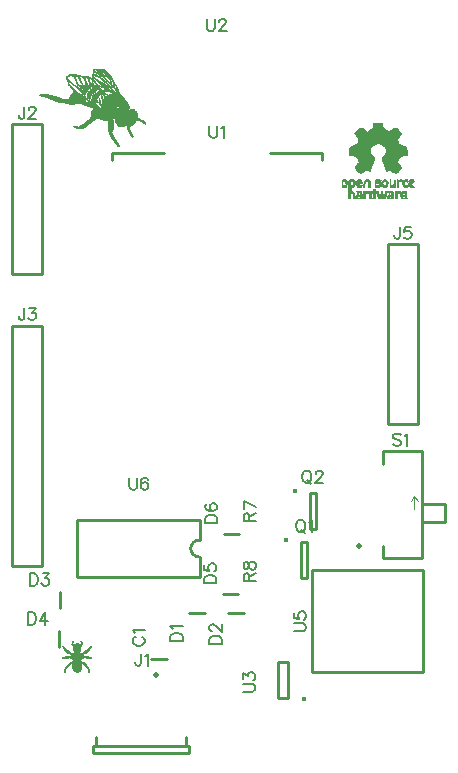
<source format=gbr>
G04 DipTrace 3.0.0.1*
G04 TopSilk.gbr*
%MOIN*%
G04 #@! TF.FileFunction,Legend,Top*
G04 #@! TF.Part,Single*
%ADD10C,0.01*%
%ADD12C,0.002992*%
%ADD27C,0.019658*%
%ADD34C,0.015422*%
%ADD36C,0.003937*%
%ADD37C,0.019697*%
%ADD43C,0.015396*%
%ADD89C,0.006176*%
%FSLAX26Y26*%
G04*
G70*
G90*
G75*
G01*
G04 TopSilk*
%LPD*%
X921240Y666121D2*
D10*
X870099D1*
X996130Y820082D2*
X1047272D1*
X1126130D2*
X1177272D1*
X566084Y889272D2*
Y838130D1*
X561084Y759272D2*
Y708130D1*
X1159196Y883355D2*
X1108054D1*
X1162694Y1084536D2*
X1111553D1*
X984114Y407439D2*
X984060Y376744D1*
X684858D2*
Y407439D1*
D27*
X885692Y614927D3*
X675056Y376744D2*
D10*
X993916D1*
X675056D2*
Y353121D1*
X993916Y376744D2*
Y353121D1*
X675056D2*
X993916D1*
X506693Y2448819D2*
X406693D1*
X506693Y1948819D2*
Y2448819D1*
X406693Y1948819D2*
Y2448819D1*
X506693Y1948819D2*
X406693D1*
X506693Y1778347D2*
Y978347D1*
X406693Y1778347D2*
X506693D1*
X406693D2*
Y978347D1*
X506693D1*
X1658662Y2048819D2*
Y1448819D1*
X1758662Y2048819D2*
Y1448819D1*
X1658662Y2048819D2*
X1758662D1*
X1658662Y1448819D2*
X1758662D1*
D34*
X1319150Y1064314D3*
X1369291Y1055113D2*
D10*
Y937008D1*
X1388977D1*
Y1055113D1*
X1369291D1*
D34*
X1348530Y1228093D3*
X1398672Y1218893D2*
D10*
Y1100788D1*
X1418357D1*
Y1218893D1*
X1398672D1*
X1771009Y1122692D2*
X1849738D1*
Y1181759D1*
X1771009D1*
Y1122692D1*
X1746403Y1166026D2*
D36*
Y1209326D1*
X1734566Y1193558D1*
X1746403Y1209326D2*
X1758209Y1193558D1*
D37*
X1563315Y1041993D3*
X1641079Y1043960D2*
D10*
Y1004593D1*
X1767064D1*
X1771009D2*
Y1358924D1*
X1641079D1*
Y1315625D1*
X911661Y2354698D2*
X737697D1*
Y2330761D1*
X1265669Y2354698D2*
X1437657D1*
Y2330761D1*
D43*
X1378838Y532404D3*
X1324769Y537667D2*
D10*
Y655774D1*
X1293277Y537667D2*
Y655774D1*
X1324769D2*
X1293277D1*
X1324769Y537667D2*
X1293277D1*
X1403696Y621725D2*
X1774956D1*
Y962670D1*
X1403696D1*
Y621725D1*
X1032612Y1129407D2*
X623163D1*
X1032612Y940402D2*
X623163D1*
Y1129407D2*
Y940402D1*
X1032612Y1129407D2*
Y1062472D1*
Y1007337D2*
Y940402D1*
Y1062472D2*
G03X1032612Y1007337I-3711J-27568D01*
G01*
X1609812Y2453045D2*
D12*
X1639732D1*
X1609800Y2450053D2*
X1639744D1*
X1609695Y2447061D2*
X1639849D1*
X1609302Y2444069D2*
X1640242D1*
X1608457Y2441077D2*
X1641087D1*
X1564932Y2438085D2*
X1567924D1*
X1607075D2*
X1642469D1*
X1681620D2*
X1684612D1*
X1561940Y2435093D2*
X1572762D1*
X1604841D2*
X1644703D1*
X1676782D2*
X1687604D1*
X1558948Y2432101D2*
X1577383D1*
X1601380D2*
X1648164D1*
X1672161D2*
X1690596D1*
X1555956Y2429109D2*
X1581730D1*
X1596854D2*
X1652690D1*
X1667813D2*
X1693588D1*
X1552964Y2426117D2*
X1585876D1*
X1591860D2*
X1657684D1*
X1663668D2*
X1696580D1*
X1549972Y2423125D2*
X1699572D1*
X1546980Y2420133D2*
X1702564D1*
X1548937Y2417141D2*
X1700606D1*
X1550934Y2414149D2*
X1698610D1*
X1552977Y2411157D2*
X1696567D1*
X1554948Y2408165D2*
X1694596D1*
X1556912Y2405173D2*
X1692632D1*
X1558725Y2402181D2*
X1690819D1*
X1560174Y2399189D2*
X1689370D1*
X1559956Y2396197D2*
X1689588D1*
X1559160Y2393205D2*
X1690383D1*
X1557931Y2390213D2*
X1691613D1*
X1556420Y2387221D2*
X1622494D1*
X1627050D2*
X1693124D1*
X1552557Y2384229D2*
X1615272D1*
X1634272D2*
X1696987D1*
X1546668Y2381237D2*
X1609606D1*
X1639938D2*
X1702876D1*
X1539998Y2378245D2*
X1605511D1*
X1644032D2*
X1709546D1*
X1533979Y2375253D2*
X1602654D1*
X1646889D2*
X1715564D1*
X1531030Y2372261D2*
X1600633D1*
X1648911D2*
X1718514D1*
X1529962Y2369269D2*
X1599263D1*
X1650281D2*
X1719582D1*
X1529411Y2366277D2*
X1598487D1*
X1651057D2*
X1720133D1*
X1529173Y2363285D2*
X1598123D1*
X1651421D2*
X1720371D1*
X1529080Y2360293D2*
X1598064D1*
X1651480D2*
X1720464D1*
X1529046Y2357301D2*
X1598392D1*
X1651152D2*
X1720498D1*
X1529034Y2354309D2*
X1599212D1*
X1650332D2*
X1720510D1*
X1529030Y2351317D2*
X1600574D1*
X1648970D2*
X1720514D1*
X1529028Y2348325D2*
X1602677D1*
X1646867D2*
X1720516D1*
X1539476Y2345333D2*
X1605535D1*
X1644009D2*
X1710068D1*
X1547291Y2342341D2*
X1608434D1*
X1641109D2*
X1702253D1*
X1553067Y2339349D2*
X1610909D1*
X1638634D2*
X1696477D1*
X1555605Y2336357D2*
X1611769D1*
X1637775D2*
X1693939D1*
X1557411Y2333365D2*
X1612164D1*
X1637380D2*
X1692133D1*
X1558801Y2330373D2*
X1611384D1*
X1638160D2*
X1690743D1*
X1560280Y2327381D2*
X1610283D1*
X1639260D2*
X1689264D1*
X1561940Y2324389D2*
X1609058D1*
X1640486D2*
X1687604D1*
X1559062Y2321397D2*
X1607918D1*
X1641626D2*
X1690482D1*
X1556453Y2318405D2*
X1606880D1*
X1642664D2*
X1693091D1*
X1554190Y2315413D2*
X1605730D1*
X1643814D2*
X1695354D1*
X1552094Y2312421D2*
X1604435D1*
X1645109D2*
X1697450D1*
X1550239Y2309429D2*
X1603125D1*
X1646419D2*
X1699305D1*
X1548798Y2306437D2*
X1601952D1*
X1647591D2*
X1700745D1*
X1549114Y2303445D2*
X1600912D1*
X1648632D2*
X1700430D1*
X1551001Y2300453D2*
X1599837D1*
X1649707D2*
X1698543D1*
X1553400Y2297461D2*
X1598792D1*
X1650751D2*
X1696144D1*
X1556126Y2294469D2*
X1579427D1*
X1594852D2*
X1597844D1*
X1651700D2*
X1654692D1*
X1670117D2*
X1693418D1*
X1559010Y2291477D2*
X1575668D1*
X1673876D2*
X1690534D1*
X1561961Y2288485D2*
X1571778D1*
X1677766D2*
X1687583D1*
X1564932Y2285493D2*
X1567924D1*
X1681620D2*
X1684612D1*
X1508084Y2267541D2*
X1514068D1*
X1535012D2*
X1540996D1*
X1558948D2*
X1564932D1*
X1585876D2*
X1591860D1*
X1618788D2*
X1624772D1*
X1645716D2*
X1648708D1*
X1666660D2*
D3*
X1687604D2*
D3*
X1699572D2*
X1702564D1*
X1714532D2*
X1720516D1*
X1735476D2*
X1741460D1*
X1506703Y2264549D2*
X1517247D1*
X1530243D2*
X1543988D1*
X1555769D2*
X1567336D1*
X1581733D2*
X1594264D1*
X1616396D2*
X1633748D1*
X1641930D2*
X1652493D1*
X1665279D2*
X1666660D1*
X1678628D2*
X1681620D1*
X1687604D2*
X1723508D1*
X1729492D2*
X1742841D1*
X1505844Y2261557D2*
X1520052D1*
X1526036D2*
X1546980D1*
X1552964D2*
X1569086D1*
X1578664D2*
X1596014D1*
X1614408D2*
X1632356D1*
X1638882D2*
X1655539D1*
X1664420D2*
X1666660D1*
X1678616D2*
X1681620D1*
X1687604D2*
X1743654D1*
X1505409Y2258565D2*
X1508671D1*
X1513481D2*
X1532020D1*
X1540996D2*
X1555956D1*
X1564932D2*
X1570091D1*
X1577727D2*
X1583472D1*
X1591860D2*
X1597016D1*
X1613792D2*
X1618788D1*
X1627764D2*
X1631431D1*
X1637673D2*
X1642174D1*
X1651700D2*
X1656648D1*
X1663985D2*
X1666660D1*
X1678502D2*
X1681620D1*
X1687604D2*
X1693588D1*
X1705556D2*
X1711540D1*
X1719341D2*
X1723508D1*
X1730079D2*
X1732484D1*
X1741460D2*
X1744046D1*
X1505216Y2255573D2*
X1506911D1*
X1515241D2*
X1532020D1*
X1540996D2*
X1570600D1*
X1577241D2*
X1581722D1*
X1591860D2*
X1597502D1*
X1614162D2*
X1630756D1*
X1636740D2*
X1641124D1*
X1651700D2*
X1657233D1*
X1663792D2*
X1666660D1*
X1678040D2*
X1681620D1*
X1687604D2*
X1693588D1*
X1705568D2*
X1711540D1*
X1728319D2*
X1742786D1*
X1505138Y2252581D2*
X1505840D1*
X1516312D2*
X1532020D1*
X1540996D2*
X1570916D1*
X1577030D2*
X1580720D1*
X1591860D2*
X1597712D1*
X1614411D2*
X1639732D1*
X1651700D2*
X1657384D1*
X1663725D2*
X1666660D1*
X1677017D2*
X1681620D1*
X1687604D2*
X1693588D1*
X1705685D2*
X1711540D1*
X1727248D2*
X1738168D1*
X1505108Y2249589D2*
X1505092D1*
X1517060D2*
X1532020D1*
X1540996D2*
X1555956D1*
X1576947D2*
X1580234D1*
X1591860D2*
X1597796D1*
X1614261D2*
X1615796D1*
X1627764D2*
X1642724D1*
X1651700D2*
X1656995D1*
X1663810D2*
X1666660D1*
X1675636D2*
X1681620D1*
X1687604D2*
X1693588D1*
X1706182D2*
X1711540D1*
X1726500D2*
X1732484D1*
X1505097Y2246597D2*
X1519502D1*
X1526036D2*
X1546442D1*
X1553514D2*
X1570916D1*
X1576916D2*
X1580024D1*
X1591860D2*
X1597827D1*
X1614200D2*
X1655832D1*
X1664261D2*
X1681620D1*
X1687604D2*
X1693588D1*
X1707386D2*
X1738052D1*
X1505094Y2243605D2*
X1518452D1*
X1526036D2*
X1544382D1*
X1554564D2*
X1569513D1*
X1576905D2*
X1579938D1*
X1591860D2*
X1597838D1*
X1614777D2*
X1653933D1*
X1665281D2*
X1681620D1*
X1687604D2*
X1693588D1*
X1709300D2*
X1742252D1*
X1505092Y2240613D2*
X1517060D1*
X1526036D2*
X1540292D1*
X1555956D2*
X1567924D1*
X1576900D2*
X1579892D1*
X1591860D2*
X1597844D1*
X1615796D2*
X1627764D1*
X1642724D2*
X1651700D1*
X1666660D2*
X1681620D1*
X1687604D2*
X1693588D1*
X1711540D2*
X1723508D1*
X1732484D2*
X1744452D1*
X1526036Y2237621D2*
X1536586D1*
X1526036Y2234629D2*
X1533753D1*
X1609812D2*
X1615796D1*
X1526036Y2231637D2*
X1532764D1*
X1609812D2*
X1615796D1*
X1526036Y2228645D2*
X1532020D1*
X1609812D2*
X1615796D1*
X1526036Y2225653D2*
X1538567D1*
X1552964D2*
X1567924D1*
X1576900D2*
X1624772D1*
X1633748D2*
X1639732D1*
X1648708D2*
X1672644D1*
X1681620D2*
X1699572D1*
X1705556D2*
X1717524D1*
X1526036Y2222661D2*
X1543659D1*
X1554564D2*
X1569305D1*
X1576900D2*
X1624772D1*
X1633748D2*
X1639732D1*
X1648708D2*
X1674025D1*
X1681620D2*
X1718905D1*
X1526036Y2219669D2*
X1545697D1*
X1556631D2*
X1558948D1*
X1564932D2*
X1570164D1*
X1576900D2*
X1624772D1*
X1633748D2*
X1639732D1*
X1648708D2*
X1651700D1*
X1660676D2*
D3*
X1669652D2*
X1674884D1*
X1681620D2*
X1719753D1*
X1526036Y2216677D2*
X1532020D1*
X1540996D2*
X1546440D1*
X1558948D2*
D3*
X1564932D2*
X1570599D1*
X1576900D2*
X1582884D1*
X1594852D2*
X1600836D1*
X1609812D2*
X1615796D1*
X1621894D2*
X1651700D1*
X1663668D2*
D3*
X1669652D2*
X1675319D1*
X1681620D2*
X1687604D1*
X1699584D2*
X1705556D1*
X1714532D2*
X1720074D1*
X1526036Y2213685D2*
X1532020D1*
X1540996D2*
X1546980D1*
X1552964D2*
X1570792D1*
X1576900D2*
X1582884D1*
X1594852D2*
X1600836D1*
X1609812D2*
X1615796D1*
X1622280D2*
X1651700D1*
X1657684D2*
X1675512D1*
X1681620D2*
X1687604D1*
X1699698D2*
X1719804D1*
X1526036Y2210693D2*
X1532020D1*
X1540996D2*
X1570870D1*
X1576900D2*
X1582884D1*
X1594852D2*
X1600836D1*
X1609812D2*
X1615796D1*
X1623022D2*
X1633748D1*
X1639732D2*
X1675590D1*
X1681620D2*
X1687604D1*
X1700160D2*
X1718862D1*
X1526036Y2207701D2*
X1532020D1*
X1540996D2*
X1555956D1*
X1564932D2*
X1570901D1*
X1576900D2*
X1582884D1*
X1594852D2*
X1600836D1*
X1609812D2*
X1615796D1*
X1623913D2*
X1633748D1*
X1639732D2*
X1648708D1*
X1654692D2*
X1660676D1*
X1669652D2*
X1675621D1*
X1681620D2*
X1687604D1*
X1701183D2*
X1705556D1*
X1714532D2*
X1717524D1*
X1526036Y2204709D2*
X1532020D1*
X1540996D2*
X1570916D1*
X1576900D2*
X1582884D1*
X1594852D2*
X1615796D1*
X1624772D2*
X1633748D1*
X1639732D2*
X1648708D1*
X1654692D2*
X1675636D1*
X1681620D2*
X1687604D1*
X1702564D2*
X1720516D1*
X675819Y2632441D2*
X708731D1*
X675808Y2629449D2*
X678811D1*
X684795D2*
X714127D1*
X675702Y2626457D2*
X681803D1*
X687787D2*
X696886D1*
X701573D2*
X718857D1*
X675309Y2623465D2*
X700343D1*
X708086D2*
X722746D1*
X674488Y2620473D2*
X675819D1*
X687199D2*
X704358D1*
X713219D2*
X725843D1*
X595035Y2617481D2*
X612987D1*
X673351D2*
X681803D1*
X691953D2*
X708731D1*
X717707D2*
X728317D1*
X591136Y2614489D2*
X626521D1*
X672226D2*
X687199D1*
X696052D2*
X721471D1*
X726683D2*
X730520D1*
X588155Y2611497D2*
X593231D1*
X606889D2*
X609533D1*
X617909D2*
X639857D1*
X671315D2*
X672827D1*
X684321D2*
X691941D1*
X699911D2*
X705739D1*
X711723D2*
X723817D1*
X729675D2*
X732629D1*
X586106Y2608505D2*
X589221D1*
X609486D2*
X611771D1*
X621804D2*
X628421D1*
X635861D2*
X652184D1*
X671879D2*
X675015D1*
X689447D2*
X695947D1*
X703830D2*
X711723D1*
X717456D2*
X726683D1*
X732667D2*
X734533D1*
X584670Y2605513D2*
X587674D1*
X611656D2*
X613872D1*
X624630D2*
X629268D1*
X639756D2*
X646373D1*
X650821D2*
X663851D1*
X672827D2*
X678284D1*
X694158D2*
X699539D1*
X707673D2*
X713448D1*
X722451D2*
X736242D1*
X584981Y2602521D2*
X587858D1*
X613488D2*
X615853D1*
X626763D2*
X630436D1*
X642582D2*
X647220D1*
X654704D2*
X682438D1*
X698415D2*
X703204D1*
X711220D2*
X715966D1*
X726119D2*
X737839D1*
X585916Y2599529D2*
X589773D1*
X615124D2*
X617458D1*
X628527D2*
X631782D1*
X644715D2*
X648388D1*
X657426D2*
X661324D1*
X669248D2*
X675705D1*
X681803D2*
X686910D1*
X702244D2*
X707304D1*
X714517D2*
X719265D1*
X728607D2*
X739385D1*
X587384Y2596537D2*
X593982D1*
X616585D2*
X618722D1*
X630132D2*
X633220D1*
X646479D2*
X649734D1*
X659465D2*
X662091D1*
X671008D2*
X678314D1*
X685818D2*
X691376D1*
X705978D2*
X711723D1*
X717707D2*
X722948D1*
X730653D2*
X733130D1*
X738651D2*
X740993D1*
X589083Y2593545D2*
X598603D1*
X617819D2*
X619886D1*
X631677D2*
X634691D1*
X648048D2*
X651172D1*
X660194D2*
X662989D1*
X672079D2*
X680589D1*
X689701D2*
X695852D1*
X709846D2*
X726683D1*
X732667D2*
X733872D1*
X739675D2*
X742780D1*
X590486Y2590553D2*
X592043D1*
X597439D2*
X602807D1*
X618880D2*
X620972D1*
X633294D2*
X636171D1*
X649249D2*
X652652D1*
X660696D2*
X663851D1*
X672827D2*
D3*
X678811D2*
X682813D1*
X693260D2*
X700924D1*
X713676D2*
X717810D1*
X726683D2*
X734654D1*
X740573D2*
X744709D1*
X591446Y2587561D2*
X592043D1*
X602181D2*
X606473D1*
X619939D2*
X622182D1*
X635177D2*
X637585D1*
X649983D2*
X654220D1*
X661334D2*
X675819D1*
X681803D2*
X685284D1*
X696545D2*
X707349D1*
X717260D2*
X721073D1*
X729553D2*
X735224D1*
X741186D2*
X746542D1*
X592354Y2584569D2*
X595035D1*
X606175D2*
X609782D1*
X620864D2*
X623759D1*
X637448D2*
X638830D1*
X648267D2*
X655963D1*
X662431D2*
X675819D1*
X684795D2*
X687997D1*
X699669D2*
X714715D1*
X720699D2*
X724345D1*
X732080D2*
X735659D1*
X741643D2*
X748224D1*
X593649Y2581577D2*
X597004D1*
X609653D2*
X612911D1*
X621495D2*
X627135D1*
X639915D2*
D3*
X645899D2*
X657867D1*
X663851D2*
X690857D1*
X702717D2*
X727205D1*
X734049D2*
X749812D1*
X595325Y2578585D2*
X599106D1*
X612855D2*
X615979D1*
X621963D2*
X630939D1*
X636923D2*
X693771D1*
X705739D2*
X711723D1*
X717707D2*
X729675D1*
X735659D2*
X744758D1*
X750619D2*
X751343D1*
X597140Y2575593D2*
X601531D1*
X615943D2*
X621963D1*
X627947D2*
X717707D1*
X723104D2*
X745223D1*
X750619D2*
X752856D1*
X599164Y2572601D2*
X604241D1*
X619071D2*
X624955D1*
X630939D2*
X666843D1*
X672827D2*
X696763D1*
X705739D2*
X721249D1*
X727856D2*
X746246D1*
X752209D2*
X754355D1*
X601554Y2569609D2*
X607206D1*
X622456D2*
X666843D1*
X672827D2*
X699755D1*
X714715D2*
X725291D1*
X731919D2*
X735659D1*
X744635D2*
X747627D1*
X753611D2*
X755856D1*
X604238Y2566617D2*
X610526D1*
X626156D2*
X636923D1*
X642907D2*
X657867D1*
X666843D2*
X688962D1*
X693771D2*
X702747D1*
X711723D2*
X729675D1*
X735659D2*
X738651D1*
X747163D2*
X757350D1*
X607087Y2563625D2*
X614225D1*
X629800D2*
X654875D1*
X663851D2*
X684912D1*
X696763D2*
X741643D1*
X749388D2*
X758837D1*
X609995Y2560633D2*
X618082D1*
X632839D2*
X683168D1*
X693771D2*
D3*
X699755D2*
X744635D1*
X751482D2*
X760237D1*
X607117Y2557641D2*
X621986D1*
X635116D2*
X652357D1*
X658455D2*
X681803D1*
X687787D2*
X712471D1*
X735109D2*
X747627D1*
X753611D2*
X761447D1*
X604520Y2554649D2*
X626086D1*
X637134D2*
X650224D1*
X656705D2*
X675819D1*
X681803D2*
X714698D1*
X740043D2*
X762524D1*
X499291Y2551657D2*
X505275D1*
X602362D2*
X630442D1*
X639622D2*
X648517D1*
X655703D2*
X669835D1*
X675819D2*
D3*
X681803D2*
X717574D1*
X744635D2*
X750619D1*
X756603D2*
D3*
X762587D2*
X763801D1*
X497702Y2548665D2*
X519168D1*
X600624D2*
X635078D1*
X642665D2*
X647110D1*
X655218D2*
X669835D1*
X675819D2*
X696763D1*
X702747D2*
D3*
X709194D2*
X720699D1*
X729675D2*
X765598D1*
X496299Y2545673D2*
X533283D1*
X599255D2*
X639915D1*
X645899D2*
X646772D1*
X655007D2*
X693771D1*
X702747D2*
D3*
X709936D2*
X711723D1*
X720699D2*
X768112D1*
X508026Y2542681D2*
X546460D1*
X598057D2*
X630939D1*
X636923D2*
X647665D1*
X654921D2*
X666369D1*
X672365D2*
X690779D1*
X702759D2*
X705739D1*
X710718D2*
X771161D1*
X518604Y2539689D2*
X557830D1*
X596655D2*
X648891D1*
X654875D2*
X665513D1*
X671623D2*
X692635D1*
X702864D2*
X705739D1*
X711288D2*
X774310D1*
X527963Y2536697D2*
X568107D1*
X595035D2*
X664268D1*
X670840D2*
X687787D1*
X693771D2*
X694341D1*
X703245D2*
X705739D1*
X711723D2*
X777319D1*
X536273Y2533705D2*
X654875D1*
X660859D2*
X662676D1*
X670271D2*
X684795D1*
X693771D2*
X695932D1*
X703962D2*
X779982D1*
X544319Y2530713D2*
X648891D1*
X654875D2*
X660859D1*
X669835D2*
X687237D1*
X694821D2*
X697365D1*
X704729D2*
X782181D1*
X553415Y2527721D2*
X648891D1*
X657867D2*
X689179D1*
X695838D2*
X698489D1*
X705251D2*
X784036D1*
X564057Y2524729D2*
X681803D1*
X687787D2*
X690779D1*
X696763D2*
X699169D1*
X705529D2*
X785783D1*
X575637Y2521737D2*
X699528D1*
X705661D2*
X787615D1*
X587986Y2518745D2*
X682266D1*
X693760D2*
X699755D1*
X705739D2*
X789472D1*
X601019Y2515753D2*
X612987D1*
X641813D2*
X686000D1*
X696638D2*
X791034D1*
X649103Y2512761D2*
X689774D1*
X699167D2*
X792362D1*
X657342Y2509769D2*
X693336D1*
X701136D2*
X756603D1*
X762587D2*
X793835D1*
X668512Y2506777D2*
X696763D1*
X702747D2*
X750619D1*
X762587D2*
X795499D1*
X681803Y2503785D2*
X793910D1*
X676279Y2500793D2*
X690779D1*
X696763D2*
X792507D1*
X798491D2*
X810459D1*
X672187Y2497801D2*
X812631D1*
X670939Y2494809D2*
X814900D1*
X670290Y2491817D2*
X817133D1*
X670008Y2488825D2*
X819203D1*
X669897Y2485833D2*
X820756D1*
X669833Y2482841D2*
X821664D1*
X669597Y2479849D2*
X822133D1*
X669065Y2476857D2*
X822561D1*
X666868Y2473865D2*
X823220D1*
X664052Y2470873D2*
X684345D1*
X692212D2*
X826105D1*
X661010Y2467881D2*
X680704D1*
X703979D2*
X738063D1*
X747639D2*
X830517D1*
X657947Y2464889D2*
X677214D1*
X713406D2*
X739813D1*
X747744D2*
X836031D1*
X654911Y2461897D2*
X674033D1*
X721004D2*
X740815D1*
X748137D2*
X816306D1*
X828400D2*
X841370D1*
X651886Y2458905D2*
X670802D1*
X724398D2*
X741301D1*
X748971D2*
X815987D1*
X834270D2*
X845891D1*
X648757Y2455913D2*
X667332D1*
X725618D2*
X741511D1*
X750236D2*
X814521D1*
X839791D2*
X847675D1*
X645150Y2452921D2*
X663650D1*
X726247D2*
X741595D1*
X751972D2*
X811281D1*
X844752D2*
X848693D1*
X640490Y2449929D2*
X659654D1*
X726506D2*
X741626D1*
X754229D2*
X807177D1*
X849355D2*
D3*
X634561Y2446937D2*
X655316D1*
X726507D2*
X741638D1*
X756842D2*
X802549D1*
X609995Y2443945D2*
X621963D1*
X627947D2*
X650561D1*
X726165D2*
X741641D1*
X759595D2*
X777547D1*
X789515D2*
X798427D1*
X614390Y2440953D2*
X645348D1*
X725462D2*
X741643D1*
X789527D2*
X795267D1*
X618971Y2437961D2*
X639915D1*
X724711D2*
X741631D1*
X789632D2*
X794649D1*
X724296Y2434969D2*
X741515D1*
X790025D2*
X795402D1*
X724412Y2431977D2*
X741017D1*
X790847D2*
X796523D1*
X725107Y2428985D2*
X739813D1*
X792007D2*
X797950D1*
X726203Y2425993D2*
X737900D1*
X793351D2*
X799655D1*
X727433Y2423001D2*
X735659D1*
X794788D2*
X801465D1*
X728587Y2420009D2*
X737515D1*
X796270D2*
X803010D1*
X729719Y2417017D2*
X739221D1*
X797865D2*
X804333D1*
X731158Y2414025D2*
X740823D1*
X799741D2*
X805804D1*
X732894Y2411033D2*
X742362D1*
X802009D2*
X807467D1*
X734624Y2408041D2*
X743878D1*
X804475D2*
D3*
X736186Y2405049D2*
X745390D1*
X737588Y2402057D2*
X746996D1*
X739171Y2399065D2*
X748872D1*
X741442Y2396073D2*
X751087D1*
X744241Y2393081D2*
X753360D1*
X746947Y2390089D2*
X755473D1*
X749313Y2387097D2*
X757523D1*
X751582Y2384105D2*
X759506D1*
X754031Y2381113D2*
X761173D1*
X756603Y2378121D2*
X762587D1*
X605852Y727061D2*
X608844D1*
X632780D2*
X635772D1*
X604482Y724069D2*
X607441D1*
X634182D2*
X637141D1*
X603740Y721077D2*
X605852D1*
X617820D2*
X623804D1*
X635772D2*
X637884D1*
X603488Y718085D2*
X608844D1*
X614828D2*
X626796D1*
X632780D2*
X638135D1*
X604621Y715093D2*
X637003D1*
X606083Y712101D2*
X635540D1*
X572940Y709109D2*
X575932D1*
X607357D2*
X634267D1*
X665692D2*
X668684D1*
X574437Y706117D2*
X578935D1*
X608149D2*
X633474D1*
X662688D2*
X667187D1*
X576186Y703125D2*
X582044D1*
X608562D2*
X633061D1*
X659579D2*
X665438D1*
X578038Y700133D2*
X585534D1*
X608855D2*
X632769D1*
X656090D2*
X663586D1*
X580186Y697141D2*
X589730D1*
X609389D2*
X632234D1*
X651894D2*
X661437D1*
X583065Y694149D2*
X594635D1*
X610440D2*
X631183D1*
X646988D2*
X658559D1*
X586871Y691157D2*
X599868D1*
X611836D2*
X629788D1*
X641756D2*
X654752D1*
X591438Y688165D2*
X650186D1*
X596597Y685173D2*
X645026D1*
X602473Y682181D2*
X639150D1*
X608844Y679189D2*
X632780D1*
X590518Y676197D2*
X651106D1*
X572940Y673205D2*
X668684D1*
X572940Y670213D2*
X590892D1*
X602310D2*
X639314D1*
X650732D2*
X668684D1*
X607244Y667221D2*
X634380D1*
X611836Y664229D2*
X629788D1*
X606440Y661237D2*
X635184D1*
X601698Y658245D2*
X639926D1*
X597704Y655253D2*
X643920D1*
X594226Y652261D2*
X647397D1*
X591035Y649269D2*
X599405D1*
X605852D2*
X635772D1*
X642218D2*
X650588D1*
X588065Y646277D2*
X595672D1*
X605852D2*
X635772D1*
X645952D2*
X653559D1*
X585435Y643285D2*
X591917D1*
X605863D2*
X635760D1*
X649707D2*
X656189D1*
X583265Y640293D2*
X588517D1*
X605969D2*
X635655D1*
X653106D2*
X658359D1*
X581534Y637301D2*
X585746D1*
X606362D2*
X635262D1*
X655878D2*
X660089D1*
X580278Y634309D2*
X583529D1*
X607207D2*
X634417D1*
X658094D2*
X661346D1*
X579544Y631317D2*
X582701D1*
X608585D2*
X633038D1*
X658923D2*
X662079D1*
X579182Y628325D2*
X582250D1*
X610776D2*
X630847D1*
X659374D2*
X662441D1*
X579018Y625333D2*
X582038D1*
X614005D2*
X627618D1*
X659585D2*
X662605D1*
X578924Y622341D2*
X581916D1*
X617820D2*
X623804D1*
X659708D2*
X662700D1*
X1609812Y2453045D2*
X1609800Y2450053D1*
X1609695Y2447061D1*
X1609302Y2444069D1*
X1608457Y2441077D1*
X1607075Y2438085D1*
X1604841Y2435093D1*
X1601380Y2432101D1*
X1596854Y2429109D1*
X1591860Y2426117D1*
X1639732Y2453045D2*
X1639744Y2450053D1*
X1639849Y2447061D1*
X1640242Y2444069D1*
X1641087Y2441077D1*
X1642469Y2438085D1*
X1644703Y2435093D1*
X1648164Y2432101D1*
X1652690Y2429109D1*
X1657684Y2426117D1*
X1564932Y2438085D2*
X1561940Y2435093D1*
X1558948Y2432101D1*
X1555956Y2429109D1*
X1552964Y2426117D1*
X1549972Y2423125D1*
X1546980Y2420133D1*
X1548937Y2417141D1*
X1550934Y2414149D1*
X1552977Y2411157D1*
X1554948Y2408165D1*
X1556912Y2405173D1*
X1558725Y2402181D1*
X1560174Y2399189D1*
X1559956Y2396197D1*
X1559160Y2393205D1*
X1557931Y2390213D1*
X1556420Y2387221D1*
X1552557Y2384229D1*
X1546668Y2381237D1*
X1539998Y2378245D1*
X1533979Y2375253D1*
X1531030Y2372261D1*
X1529962Y2369269D1*
X1529411Y2366277D1*
X1529173Y2363285D1*
X1529080Y2360293D1*
X1529046Y2357301D1*
X1529034Y2354309D1*
X1529030Y2351317D1*
X1529028Y2348325D1*
X1539476Y2345333D1*
X1547291Y2342341D1*
X1553067Y2339349D1*
X1555605Y2336357D1*
X1557411Y2333365D1*
X1558801Y2330373D1*
X1560280Y2327381D1*
X1561940Y2324389D1*
X1559062Y2321397D1*
X1556453Y2318405D1*
X1554190Y2315413D1*
X1552094Y2312421D1*
X1550239Y2309429D1*
X1548798Y2306437D1*
X1549114Y2303445D1*
X1551001Y2300453D1*
X1553400Y2297461D1*
X1556126Y2294469D1*
X1559010Y2291477D1*
X1561961Y2288485D1*
X1564932Y2285493D1*
X1567924Y2438085D2*
X1572762Y2435093D1*
X1577383Y2432101D1*
X1581730Y2429109D1*
X1585876Y2426117D1*
X1681620Y2438085D2*
X1676782Y2435093D1*
X1672161Y2432101D1*
X1667813Y2429109D1*
X1663668Y2426117D1*
X1684612Y2438085D2*
X1687604Y2435093D1*
X1690596Y2432101D1*
X1693588Y2429109D1*
X1696580Y2426117D1*
X1699572Y2423125D1*
X1702564Y2420133D1*
X1700606Y2417141D1*
X1698610Y2414149D1*
X1696567Y2411157D1*
X1694596Y2408165D1*
X1692632Y2405173D1*
X1690819Y2402181D1*
X1689370Y2399189D1*
X1689588Y2396197D1*
X1690383Y2393205D1*
X1691613Y2390213D1*
X1693124Y2387221D1*
X1696987Y2384229D1*
X1702876Y2381237D1*
X1709546Y2378245D1*
X1715564Y2375253D1*
X1718514Y2372261D1*
X1719582Y2369269D1*
X1720133Y2366277D1*
X1720371Y2363285D1*
X1720464Y2360293D1*
X1720498Y2357301D1*
X1720510Y2354309D1*
X1720514Y2351317D1*
X1720516Y2348325D1*
X1710068Y2345333D1*
X1702253Y2342341D1*
X1696477Y2339349D1*
X1693939Y2336357D1*
X1692133Y2333365D1*
X1690743Y2330373D1*
X1689264Y2327381D1*
X1687604Y2324389D1*
X1690482Y2321397D1*
X1693091Y2318405D1*
X1695354Y2315413D1*
X1697450Y2312421D1*
X1699305Y2309429D1*
X1700745Y2306437D1*
X1700430Y2303445D1*
X1698543Y2300453D1*
X1696144Y2297461D1*
X1693418Y2294469D1*
X1690534Y2291477D1*
X1687583Y2288485D1*
X1684612Y2285493D1*
X1630756Y2390213D2*
X1622494Y2387221D1*
X1615272Y2384229D1*
X1609606Y2381237D1*
X1605511Y2378245D1*
X1602654Y2375253D1*
X1600633Y2372261D1*
X1599263Y2369269D1*
X1598487Y2366277D1*
X1598123Y2363285D1*
X1598064Y2360293D1*
X1598392Y2357301D1*
X1599212Y2354309D1*
X1600574Y2351317D1*
X1602677Y2348325D1*
X1605535Y2345333D1*
X1608434Y2342341D1*
X1610909Y2339349D1*
X1611769Y2336357D1*
X1612164Y2333365D1*
X1611384Y2330373D1*
X1610283Y2327381D1*
X1609058Y2324389D1*
X1607918Y2321397D1*
X1606880Y2318405D1*
X1605730Y2315413D1*
X1604435Y2312421D1*
X1603125Y2309429D1*
X1601952Y2306437D1*
X1600912Y2303445D1*
X1599837Y2300453D1*
X1598792Y2297461D1*
X1597844Y2294469D1*
X1618788Y2390213D2*
X1627050Y2387221D1*
X1634272Y2384229D1*
X1639938Y2381237D1*
X1644032Y2378245D1*
X1646889Y2375253D1*
X1648911Y2372261D1*
X1650281Y2369269D1*
X1651057Y2366277D1*
X1651421Y2363285D1*
X1651480Y2360293D1*
X1651152Y2357301D1*
X1650332Y2354309D1*
X1648970Y2351317D1*
X1646867Y2348325D1*
X1644009Y2345333D1*
X1641109Y2342341D1*
X1638634Y2339349D1*
X1637775Y2336357D1*
X1637380Y2333365D1*
X1638160Y2330373D1*
X1639260Y2327381D1*
X1640486Y2324389D1*
X1641626Y2321397D1*
X1642664Y2318405D1*
X1643814Y2315413D1*
X1645109Y2312421D1*
X1646419Y2309429D1*
X1647591Y2306437D1*
X1648632Y2303445D1*
X1649707Y2300453D1*
X1650751Y2297461D1*
X1651700Y2294469D1*
X1582884Y2297461D2*
X1579427Y2294469D1*
X1575668Y2291477D1*
X1571778Y2288485D1*
X1567924Y2285493D1*
X1591860Y2297461D2*
X1594852Y2294469D1*
X1657684Y2297461D2*
X1654692Y2294469D1*
X1666660Y2297461D2*
X1670117Y2294469D1*
X1673876Y2291477D1*
X1677766Y2288485D1*
X1681620Y2285493D1*
X1508084Y2267541D2*
X1506703Y2264549D1*
X1505844Y2261557D1*
X1505409Y2258565D1*
X1505216Y2255573D1*
X1505138Y2252581D1*
X1505108Y2249589D1*
X1505097Y2246597D1*
X1505094Y2243605D1*
X1505092Y2240613D1*
X1514068Y2267541D2*
X1517247Y2264549D1*
X1520052Y2261557D1*
X1535012Y2267541D2*
X1530243Y2264549D1*
X1526036Y2261557D1*
X1540996Y2267541D2*
X1543988Y2264549D1*
X1546980Y2261557D1*
X1558948Y2267541D2*
X1555769Y2264549D1*
X1552964Y2261557D1*
X1564932Y2267541D2*
X1567336Y2264549D1*
X1569086Y2261557D1*
X1570091Y2258565D1*
X1570600Y2255573D1*
X1570916Y2252581D1*
X1555956Y2249589D1*
X1570916Y2246597D1*
X1569513Y2243605D1*
X1567924Y2240613D1*
X1585876Y2267541D2*
X1581733Y2264549D1*
X1578664Y2261557D1*
X1577727Y2258565D1*
X1577241Y2255573D1*
X1577030Y2252581D1*
X1576947Y2249589D1*
X1576916Y2246597D1*
X1576905Y2243605D1*
X1576900Y2240613D1*
X1591860Y2267541D2*
X1594264Y2264549D1*
X1596014Y2261557D1*
X1597016Y2258565D1*
X1597502Y2255573D1*
X1597712Y2252581D1*
X1597796Y2249589D1*
X1597827Y2246597D1*
X1597838Y2243605D1*
X1597844Y2240613D1*
X1618788Y2267541D2*
X1616396Y2264549D1*
X1614408Y2261557D1*
X1613792Y2258565D1*
X1614162Y2255573D1*
X1614411Y2252581D1*
X1614261Y2249589D1*
X1614200Y2246597D1*
X1614777Y2243605D1*
X1615796Y2240613D1*
X1624772Y2267541D2*
X1633748Y2264549D1*
X1632356Y2261557D1*
X1631431Y2258565D1*
X1630756Y2255573D1*
X1645716Y2267541D2*
X1641930Y2264549D1*
X1638882Y2261557D1*
X1637673Y2258565D1*
X1636740Y2255573D1*
X1648708Y2267541D2*
X1652493Y2264549D1*
X1655539Y2261557D1*
X1656648Y2258565D1*
X1657233Y2255573D1*
X1657384Y2252581D1*
X1656995Y2249589D1*
X1655832Y2246597D1*
X1653933Y2243605D1*
X1651700Y2240613D1*
X1666660Y2267541D2*
X1665279Y2264549D1*
X1664420Y2261557D1*
X1663985Y2258565D1*
X1663792Y2255573D1*
X1663725Y2252581D1*
X1663810Y2249589D1*
X1664261Y2246597D1*
X1665281Y2243605D1*
X1666660Y2240613D1*
X1687604Y2267541D2*
Y2264549D1*
Y2261557D1*
Y2258565D1*
Y2255573D1*
Y2252581D1*
Y2249589D1*
Y2246597D1*
Y2243605D1*
Y2240613D1*
X1699572Y2267541D2*
X1702564D2*
X1714532D2*
X1720516D2*
X1723508Y2264549D1*
X1735476Y2267541D2*
X1729492Y2264549D1*
X1741460Y2267541D2*
X1742841Y2264549D1*
X1743654Y2261557D1*
X1744046Y2258565D1*
X1742786Y2255573D1*
X1738168Y2252581D1*
X1732484Y2249589D1*
X1738052Y2246597D1*
X1742252Y2243605D1*
X1744452Y2240613D1*
X1666660Y2264549D2*
Y2261557D1*
Y2258565D1*
Y2255573D1*
Y2252581D1*
Y2249589D1*
X1678628Y2264549D2*
X1678616Y2261557D1*
X1678502Y2258565D1*
X1678040Y2255573D1*
X1677017Y2252581D1*
X1675636Y2249589D1*
X1681620Y2264549D2*
Y2261557D1*
Y2258565D1*
Y2255573D1*
Y2252581D1*
Y2249589D1*
Y2246597D1*
Y2243605D1*
Y2240613D1*
X1511076Y2261557D2*
X1508671Y2258565D1*
X1506911Y2255573D1*
X1505840Y2252581D1*
X1505092Y2249589D1*
X1511076Y2261557D2*
X1513481Y2258565D1*
X1515241Y2255573D1*
X1516312Y2252581D1*
X1517060Y2249589D1*
X1532020Y2261557D2*
Y2258565D1*
Y2255573D1*
Y2252581D1*
Y2249589D1*
X1540996Y2261557D2*
Y2258565D1*
Y2255573D1*
Y2252581D1*
Y2249589D1*
X1558948Y2261557D2*
X1555956Y2258565D1*
X1561940Y2261557D2*
X1564932Y2258565D1*
X1585876Y2261557D2*
X1583472Y2258565D1*
X1581722Y2255573D1*
X1580720Y2252581D1*
X1580234Y2249589D1*
X1580024Y2246597D1*
X1579938Y2243605D1*
X1579892Y2240613D1*
X1591860Y2261557D2*
Y2258565D1*
Y2255573D1*
Y2252581D1*
Y2249589D1*
Y2246597D1*
Y2243605D1*
Y2240613D1*
X1621780Y2261557D2*
X1618788Y2258565D1*
X1624772Y2261557D2*
X1627764Y2258565D1*
X1642724Y2261557D2*
X1642174Y2258565D1*
X1641124Y2255573D1*
X1639732Y2252581D1*
X1642724Y2249589D1*
X1651700Y2261557D2*
Y2258565D1*
Y2255573D1*
Y2252581D1*
Y2249589D1*
X1693588Y2261557D2*
Y2258565D1*
Y2255573D1*
Y2252581D1*
Y2249589D1*
Y2246597D1*
Y2243605D1*
Y2240613D1*
X1705556Y2261557D2*
Y2258565D1*
X1705568Y2255573D1*
X1705685Y2252581D1*
X1706182Y2249589D1*
X1707386Y2246597D1*
X1709300Y2243605D1*
X1711540Y2240613D1*
Y2261557D2*
Y2258565D1*
Y2255573D1*
Y2252581D1*
Y2249589D1*
X1714532Y2261557D2*
X1719341Y2258565D1*
X1723391Y2255573D1*
X1725135Y2252581D1*
X1726500Y2249589D1*
Y2261557D2*
X1723508Y2258565D1*
X1732484Y2261557D2*
X1730079Y2258565D1*
X1728319Y2255573D1*
X1727248Y2252581D1*
X1726500Y2249589D1*
X1735476Y2261557D2*
X1732484Y2258565D1*
X1738468Y2261557D2*
X1741460Y2258565D1*
X1624772Y2252581D2*
X1627764Y2249589D1*
X1520052D2*
X1519502Y2246597D1*
X1518452Y2243605D1*
X1517060Y2240613D1*
X1526036Y2249589D2*
Y2246597D1*
Y2243605D1*
Y2240613D1*
Y2237621D1*
Y2234629D1*
Y2231637D1*
Y2228645D1*
Y2225653D1*
Y2222661D1*
Y2219669D1*
Y2216677D1*
Y2213685D1*
Y2210693D1*
Y2207701D1*
Y2204709D1*
X1546980Y2249589D2*
X1546442Y2246597D1*
X1544382Y2243605D1*
X1540292Y2240613D1*
X1536586Y2237621D1*
X1533753Y2234629D1*
X1532764Y2231637D1*
X1532020Y2228645D1*
X1538567Y2225653D1*
X1543659Y2222661D1*
X1545697Y2219669D1*
X1546440Y2216677D1*
X1546980Y2213685D1*
X1552964Y2249589D2*
X1553514Y2246597D1*
X1554564Y2243605D1*
X1555956Y2240613D1*
X1630756Y2243605D2*
X1627764Y2240613D1*
X1639732Y2243605D2*
X1642724Y2240613D1*
X1726500Y2243605D2*
X1723508Y2240613D1*
X1729492Y2243605D2*
X1732484Y2240613D1*
X1609812Y2234629D2*
Y2231637D1*
Y2228645D1*
Y2225653D1*
X1576900D1*
Y2222661D1*
Y2219669D1*
Y2216677D1*
Y2213685D1*
Y2210693D1*
Y2207701D1*
Y2204709D1*
X1615796Y2234629D2*
Y2231637D1*
Y2228645D1*
Y2225653D1*
X1624772D1*
Y2222661D1*
Y2219669D1*
X1552964Y2225653D2*
X1554564Y2222661D1*
X1556631Y2219669D1*
X1558948Y2216677D1*
X1552964Y2213685D1*
X1567924Y2225653D2*
X1569305Y2222661D1*
X1570164Y2219669D1*
X1570599Y2216677D1*
X1570792Y2213685D1*
X1570870Y2210693D1*
X1570901Y2207701D1*
X1570916Y2204709D1*
X1633748Y2225653D2*
Y2222661D1*
Y2219669D1*
X1639732Y2225653D2*
Y2222661D1*
Y2219669D1*
X1648708Y2225653D2*
Y2222661D1*
Y2219669D1*
X1672644Y2225653D2*
X1674025Y2222661D1*
X1674884Y2219669D1*
X1675319Y2216677D1*
X1675512Y2213685D1*
X1675590Y2210693D1*
X1675621Y2207701D1*
X1675636Y2204709D1*
X1681620Y2225653D2*
Y2222661D1*
Y2219669D1*
Y2216677D1*
Y2213685D1*
Y2210693D1*
Y2207701D1*
Y2204709D1*
X1699572Y2225653D2*
X1705556D2*
X1717524D2*
X1718905Y2222661D1*
X1719753Y2219669D1*
X1720074Y2216677D1*
X1719804Y2213685D1*
X1718862Y2210693D1*
X1717524Y2207701D1*
X1720516Y2204709D1*
X1558948Y2222661D2*
Y2219669D1*
Y2216677D1*
X1564932Y2222661D2*
Y2219669D1*
Y2216677D1*
X1651700Y2222661D2*
Y2219669D1*
Y2216677D1*
Y2213685D1*
X1657684Y2222661D2*
X1660676Y2219669D1*
X1663668Y2216677D1*
X1657684Y2213685D1*
X1669652Y2222661D2*
Y2219669D1*
Y2216677D1*
X1532020Y2219669D2*
Y2216677D1*
Y2213685D1*
Y2210693D1*
Y2207701D1*
Y2204709D1*
X1540996Y2219669D2*
Y2216677D1*
Y2213685D1*
Y2210693D1*
Y2207701D1*
Y2204709D1*
X1582884Y2219669D2*
Y2216677D1*
Y2213685D1*
Y2210693D1*
Y2207701D1*
Y2204709D1*
X1594852Y2219669D2*
Y2216677D1*
Y2213685D1*
Y2210693D1*
Y2207701D1*
Y2204709D1*
X1600836Y2219669D2*
Y2216677D1*
Y2213685D1*
Y2210693D1*
Y2207701D1*
X1609812Y2219669D2*
Y2216677D1*
Y2213685D1*
Y2210693D1*
Y2207701D1*
X1615796Y2219669D2*
Y2216677D1*
Y2213685D1*
Y2210693D1*
Y2207701D1*
Y2204709D1*
X1621780Y2219669D2*
X1621894Y2216677D1*
X1622280Y2213685D1*
X1623022Y2210693D1*
X1623913Y2207701D1*
X1624772Y2204709D1*
X1687604Y2219669D2*
Y2216677D1*
Y2213685D1*
Y2210693D1*
Y2207701D1*
Y2204709D1*
X1699572Y2219669D2*
X1699584Y2216677D1*
X1699698Y2213685D1*
X1700160Y2210693D1*
X1701183Y2207701D1*
X1702564Y2204709D1*
X1708548Y2219669D2*
X1705556Y2216677D1*
X1711540Y2219669D2*
X1714532Y2216677D1*
X1633748Y2213685D2*
Y2210693D1*
Y2207701D1*
Y2204709D1*
X1639732Y2213685D2*
Y2210693D1*
Y2207701D1*
Y2204709D1*
X1558948Y2210693D2*
X1555956Y2207701D1*
X1561940Y2210693D2*
X1564932Y2207701D1*
X1648708Y2210693D2*
Y2207701D1*
Y2204709D1*
X1654692Y2210693D2*
Y2207701D1*
Y2204709D1*
X1663668Y2210693D2*
X1660676Y2207701D1*
X1666660Y2210693D2*
X1669652Y2207701D1*
X1708548Y2210693D2*
X1705556Y2207701D1*
X1711540Y2210693D2*
X1714532Y2207701D1*
X675819Y2632441D2*
X675808Y2629449D1*
X675702Y2626457D1*
X675309Y2623465D1*
X674488Y2620473D1*
X673351Y2617481D1*
X672226Y2614489D1*
X671315Y2611497D1*
X671879Y2608505D1*
X672827Y2605513D1*
X708731Y2632441D2*
X714127Y2629449D1*
X718857Y2626457D1*
X722746Y2623465D1*
X725843Y2620473D1*
X728317Y2617481D1*
X730520Y2614489D1*
X732629Y2611497D1*
X734533Y2608505D1*
X736242Y2605513D1*
X737839Y2602521D1*
X739385Y2599529D1*
X740993Y2596537D1*
X742780Y2593545D1*
X744709Y2590553D1*
X746542Y2587561D1*
X748224Y2584569D1*
X749812Y2581577D1*
X751343Y2578585D1*
X752856Y2575593D1*
X754355Y2572601D1*
X755856Y2569609D1*
X757350Y2566617D1*
X758837Y2563625D1*
X760237Y2560633D1*
X761447Y2557641D1*
X762524Y2554649D1*
X763801Y2551657D1*
X765598Y2548665D1*
X768112Y2545673D1*
X771161Y2542681D1*
X774310Y2539689D1*
X777319Y2536697D1*
X779982Y2533705D1*
X782181Y2530713D1*
X784036Y2527721D1*
X785783Y2524729D1*
X787615Y2521737D1*
X789472Y2518745D1*
X791034Y2515753D1*
X792362Y2512761D1*
X793835Y2509769D1*
X795499Y2506777D1*
X793910Y2503785D1*
X792507Y2500793D1*
X675819Y2632441D2*
X678811Y2629449D1*
X681803Y2626457D1*
Y2632441D2*
X684795Y2629449D1*
X687787Y2626457D1*
X693771Y2629449D2*
X696886Y2626457D1*
X700343Y2623465D1*
X704358Y2620473D1*
X708731Y2617481D1*
X693771Y2629449D2*
X701573Y2626457D1*
X708086Y2623465D1*
X713219Y2620473D1*
X717707Y2617481D1*
X681803Y2623465D2*
X687199Y2620473D1*
X691953Y2617481D1*
X696052Y2614489D1*
X699911Y2611497D1*
X703830Y2608505D1*
X707673Y2605513D1*
X711220Y2602521D1*
X714517Y2599529D1*
X717707Y2596537D1*
X595035Y2617481D2*
X591136Y2614489D1*
X588155Y2611497D1*
X586106Y2608505D1*
X584670Y2605513D1*
X584981Y2602521D1*
X585916Y2599529D1*
X587384Y2596537D1*
X589083Y2593545D1*
X590486Y2590553D1*
X591446Y2587561D1*
X592354Y2584569D1*
X593649Y2581577D1*
X595325Y2578585D1*
X597140Y2575593D1*
X599164Y2572601D1*
X601554Y2569609D1*
X604238Y2566617D1*
X607087Y2563625D1*
X609995Y2560633D1*
X607117Y2557641D1*
X604520Y2554649D1*
X602362Y2551657D1*
X600624Y2548665D1*
X599255Y2545673D1*
X598057Y2542681D1*
X596655Y2539689D1*
X595035Y2536697D1*
X612987Y2617481D2*
X626521Y2614489D1*
X639857Y2611497D1*
X652184Y2608505D1*
X663851Y2605513D1*
X681803Y2617481D2*
X687199Y2614489D1*
X691941Y2611497D1*
X695947Y2608505D1*
X699539Y2605513D1*
X703204Y2602521D1*
X707304Y2599529D1*
X711723Y2596537D1*
X720699Y2617481D2*
X721471Y2614489D1*
X723817Y2611497D1*
X726683Y2608505D1*
X723691Y2617481D2*
X726683Y2614489D1*
X729675Y2611497D1*
X732667Y2608505D1*
X598027Y2614489D2*
X593231Y2611497D1*
X589221Y2608505D1*
X587674Y2605513D1*
X587858Y2602521D1*
X589773Y2599529D1*
X593982Y2596537D1*
X598603Y2593545D1*
X602807Y2590553D1*
X606473Y2587561D1*
X609782Y2584569D1*
X612911Y2581577D1*
X615979Y2578585D1*
X604011Y2614489D2*
X606889Y2611497D1*
X609486Y2608505D1*
X611656Y2605513D1*
X613488Y2602521D1*
X615124Y2599529D1*
X616585Y2596537D1*
X617819Y2593545D1*
X618880Y2590553D1*
X619939Y2587561D1*
X620864Y2584569D1*
X621495Y2581577D1*
X621963Y2578585D1*
X607003Y2614489D2*
X609533Y2611497D1*
X611771Y2608505D1*
X613872Y2605513D1*
X615853Y2602521D1*
X617458Y2599529D1*
X618722Y2596537D1*
X619886Y2593545D1*
X620972Y2590553D1*
X622182Y2587561D1*
X623759Y2584569D1*
X627135Y2581577D1*
X630939Y2578585D1*
X612987Y2614489D2*
X617909Y2611497D1*
X621804Y2608505D1*
X624630Y2605513D1*
X626763Y2602521D1*
X628527Y2599529D1*
X630132Y2596537D1*
X631677Y2593545D1*
X633294Y2590553D1*
X635177Y2587561D1*
X637448Y2584569D1*
X639915Y2581577D1*
X636923Y2578585D1*
X672827Y2611497D2*
X675015Y2608505D1*
X678284Y2605513D1*
X682438Y2602521D1*
X686910Y2599529D1*
X691376Y2596537D1*
X695852Y2593545D1*
X700924Y2590553D1*
X707349Y2587561D1*
X714715Y2584569D1*
X678811Y2614489D2*
X684321Y2611497D1*
X689447Y2608505D1*
X694158Y2605513D1*
X698415Y2602521D1*
X702244Y2599529D1*
X705978Y2596537D1*
X709846Y2593545D1*
X713676Y2590553D1*
X717260Y2587561D1*
X720699Y2584569D1*
X708731Y2614489D2*
X705739Y2611497D1*
X708731Y2614489D2*
X711723Y2611497D1*
X627947D2*
X628421Y2608505D1*
X629268Y2605513D1*
X630436Y2602521D1*
X631782Y2599529D1*
X633220Y2596537D1*
X634691Y2593545D1*
X636171Y2590553D1*
X637585Y2587561D1*
X638830Y2584569D1*
X639915Y2581577D1*
X630939Y2611497D2*
X635861Y2608505D1*
X639756Y2605513D1*
X642582Y2602521D1*
X644715Y2599529D1*
X646479Y2596537D1*
X648048Y2593545D1*
X649249Y2590553D1*
X649983Y2587561D1*
X648267Y2584569D1*
X645899Y2581577D1*
X711723Y2608505D2*
X713448Y2605513D1*
X715966Y2602521D1*
X719265Y2599529D1*
X722948Y2596537D1*
X726683Y2593545D1*
X711723Y2611497D2*
X717456Y2608505D1*
X722451Y2605513D1*
X726119Y2602521D1*
X728607Y2599529D1*
X730653Y2596537D1*
X732667Y2593545D1*
X645899Y2608505D2*
X646373Y2605513D1*
X647220Y2602521D1*
X648388Y2599529D1*
X649734Y2596537D1*
X651172Y2593545D1*
X652652Y2590553D1*
X654220Y2587561D1*
X655963Y2584569D1*
X657867Y2581577D1*
X645899Y2608505D2*
X650821Y2605513D1*
X654704Y2602521D1*
X657426Y2599529D1*
X659465Y2596537D1*
X660194Y2593545D1*
X660696Y2590553D1*
X661334Y2587561D1*
X662431Y2584569D1*
X663851Y2581577D1*
X660859Y2602521D2*
X661324Y2599529D1*
X662091Y2596537D1*
X662989Y2593545D1*
X663851Y2590553D1*
X666843Y2602521D2*
X669248Y2599529D1*
X671008Y2596537D1*
X672079Y2593545D1*
X672827Y2590553D1*
Y2602521D2*
X675705Y2599529D1*
X678314Y2596537D1*
X680589Y2593545D1*
X682813Y2590553D1*
X685284Y2587561D1*
X687997Y2584569D1*
X690857Y2581577D1*
X693771Y2578585D1*
X681803Y2599529D2*
X685818Y2596537D1*
X689701Y2593545D1*
X693260Y2590553D1*
X696545Y2587561D1*
X699669Y2584569D1*
X702717Y2581577D1*
X705739Y2578585D1*
X732667Y2599529D2*
X733130Y2596537D1*
X733872Y2593545D1*
X734654Y2590553D1*
X735224Y2587561D1*
X735659Y2584569D1*
X738651Y2596537D2*
X739675Y2593545D1*
X740573Y2590553D1*
X741186Y2587561D1*
X741643Y2584569D1*
X592043Y2593545D2*
X597439Y2590553D1*
X602181Y2587561D1*
X606175Y2584569D1*
X609653Y2581577D1*
X612855Y2578585D1*
X615943Y2575593D1*
X619071Y2572601D1*
X622456Y2569609D1*
X626156Y2566617D1*
X629800Y2563625D1*
X632839Y2560633D1*
X635116Y2557641D1*
X637134Y2554649D1*
X639622Y2551657D1*
X642665Y2548665D1*
X645899Y2545673D1*
X675819Y2593545D2*
X678811Y2590553D1*
X681803Y2587561D1*
X684795Y2584569D1*
X714715Y2593545D2*
X717810Y2590553D1*
X721073Y2587561D1*
X724345Y2584569D1*
X727205Y2581577D1*
X729675Y2578585D1*
X726683Y2590553D2*
X729553Y2587561D1*
X732080Y2584569D1*
X734049Y2581577D1*
X735659Y2578585D1*
X675819Y2587561D2*
Y2584569D1*
X595035D2*
X597004Y2581577D1*
X599106Y2578585D1*
X601531Y2575593D1*
X604241Y2572601D1*
X607206Y2569609D1*
X610526Y2566617D1*
X614225Y2563625D1*
X618082Y2560633D1*
X621986Y2557641D1*
X626086Y2554649D1*
X630442Y2551657D1*
X635078Y2548665D1*
X639915Y2545673D1*
X714715Y2581577D2*
X711723Y2578585D1*
X714715Y2581577D2*
X717707Y2578585D1*
X744635Y2581577D2*
X744758Y2578585D1*
X745223Y2575593D1*
X746246Y2572601D1*
X747627Y2569609D1*
X621963Y2575593D2*
X624955Y2572601D1*
Y2578585D2*
X627947Y2575593D1*
X630939Y2572601D1*
X717707Y2575593D2*
X721249Y2572601D1*
X725291Y2569609D1*
X729675Y2566617D1*
X717707Y2578585D2*
X723104Y2575593D1*
X727856Y2572601D1*
X731919Y2569609D1*
X735659Y2566617D1*
X750619Y2575593D2*
X752209Y2572601D1*
X753611Y2569609D1*
X666843Y2575593D2*
Y2572601D1*
Y2569609D1*
X672827Y2575593D2*
Y2572601D1*
Y2569609D1*
X693771Y2575593D2*
X696763Y2572601D1*
X699755Y2569609D1*
X702747Y2566617D1*
X696763Y2575593D2*
X705739Y2572601D1*
X714715Y2569609D1*
X711723Y2566617D1*
X732667Y2572601D2*
X735659Y2569609D1*
X738651Y2566617D1*
X741643Y2563625D1*
X744635Y2560633D1*
X747627Y2557641D1*
X744635Y2569609D2*
X747163Y2566617D1*
X749388Y2563625D1*
X751482Y2560633D1*
X753611Y2557641D1*
X639915Y2569609D2*
X636923Y2566617D1*
X639915Y2569609D2*
X642907Y2566617D1*
X660859Y2569609D2*
X657867Y2566617D1*
X654875Y2563625D1*
X666843Y2566617D2*
X663851Y2563625D1*
X693771Y2569609D2*
X688962Y2566617D1*
X684912Y2563625D1*
X683168Y2560633D1*
X681803Y2557641D1*
X690779Y2569609D2*
X693771Y2566617D1*
X696763Y2563625D1*
X699755Y2560633D1*
X693771D2*
X687787Y2557641D1*
X654875Y2560633D2*
X652357Y2557641D1*
X650224Y2554649D1*
X648517Y2551657D1*
X647110Y2548665D1*
X646772Y2545673D1*
X647665Y2542681D1*
X648891Y2539689D1*
X660859Y2560633D2*
X658455Y2557641D1*
X656705Y2554649D1*
X655703Y2551657D1*
X655218Y2548665D1*
X655007Y2545673D1*
X654921Y2542681D1*
X654875Y2539689D1*
X711723Y2560633D2*
X712471Y2557641D1*
X714698Y2554649D1*
X717574Y2551657D1*
X720699Y2548665D1*
X729675Y2560633D2*
X735109Y2557641D1*
X740043Y2554649D1*
X744635Y2551657D1*
X729675Y2548665D1*
X675819Y2557641D2*
Y2554649D1*
Y2551657D1*
X681803Y2554649D2*
Y2551657D1*
X499291D2*
X497702Y2548665D1*
X496299Y2545673D1*
X508026Y2542681D1*
X518604Y2539689D1*
X527963Y2536697D1*
X536273Y2533705D1*
X544319Y2530713D1*
X553415Y2527721D1*
X564057Y2524729D1*
X575637Y2521737D1*
X587986Y2518745D1*
X601019Y2515753D1*
X505275Y2551657D2*
X519168Y2548665D1*
X533283Y2545673D1*
X546460Y2542681D1*
X557830Y2539689D1*
X568107Y2536697D1*
X669835Y2554649D2*
Y2551657D1*
Y2548665D1*
X753611Y2554649D2*
X750619Y2551657D1*
X753611Y2554649D2*
X756603Y2551657D1*
X675819Y2548665D2*
X699755Y2551657D2*
X696763Y2548665D1*
X693771Y2545673D1*
X690779Y2542681D1*
X692635Y2539689D1*
X694341Y2536697D1*
X695932Y2533705D1*
X697365Y2530713D1*
X698489Y2527721D1*
X699169Y2524729D1*
X699528Y2521737D1*
X699755Y2518745D1*
X702747Y2551657D2*
Y2548665D1*
Y2545673D1*
X702759Y2542681D1*
X702864Y2539689D1*
X703245Y2536697D1*
X703962Y2533705D1*
X704729Y2530713D1*
X705251Y2527721D1*
X705529Y2524729D1*
X705661Y2521737D1*
X705739Y2518745D1*
X708731Y2551657D2*
X709194Y2548665D1*
X709936Y2545673D1*
X710718Y2542681D1*
X711288Y2539689D1*
X711723Y2536697D1*
X714715Y2548665D2*
X711723Y2545673D1*
X720699D2*
X633931D2*
X630939Y2542681D1*
X633931Y2545673D2*
X636923Y2542681D1*
X666843Y2545673D2*
X666369Y2542681D1*
X665513Y2539689D1*
X664268Y2536697D1*
X662676Y2533705D1*
X660859Y2530713D1*
X672827Y2545673D2*
X672365Y2542681D1*
X671623Y2539689D1*
X670840Y2536697D1*
X670271Y2533705D1*
X669835Y2530713D1*
X705739Y2542681D2*
Y2539689D1*
Y2536697D1*
X690779Y2539689D2*
X687787Y2536697D1*
X684795Y2533705D1*
X687237Y2530713D1*
X689179Y2527721D1*
X690779Y2524729D1*
X657867Y2536697D2*
X654875Y2533705D1*
X657867Y2536697D2*
X660859Y2533705D1*
X693771D2*
X694821Y2530713D1*
X695838Y2527721D1*
X696763Y2524729D1*
X648891Y2533705D2*
Y2530713D1*
Y2527721D1*
X654875Y2530713D2*
X657867Y2527721D1*
X684795D2*
X681803Y2524729D1*
X684795Y2527721D2*
X687787Y2524729D1*
X678811Y2521737D2*
X682266Y2518745D1*
X686000Y2515753D1*
X689774Y2512761D1*
X693336Y2509769D1*
X696763Y2506777D1*
X690779Y2521737D2*
X693760Y2518745D1*
X696638Y2515753D1*
X699167Y2512761D1*
X701136Y2509769D1*
X702747Y2506777D1*
X615979Y2518745D2*
X612987Y2515753D1*
X633931Y2518745D2*
X641813Y2515753D1*
X649103Y2512761D1*
X657342Y2509769D1*
X668512Y2506777D1*
X681803Y2503785D1*
X676279Y2500793D1*
X672187Y2497801D1*
X670939Y2494809D1*
X670290Y2491817D1*
X670008Y2488825D1*
X669897Y2485833D1*
X669833Y2482841D1*
X669597Y2479849D1*
X669065Y2476857D1*
X666868Y2473865D1*
X664052Y2470873D1*
X661010Y2467881D1*
X657947Y2464889D1*
X654911Y2461897D1*
X651886Y2458905D1*
X648757Y2455913D1*
X645150Y2452921D1*
X640490Y2449929D1*
X634561Y2446937D1*
X627947Y2443945D1*
X762587Y2512761D2*
X756603Y2509769D1*
X750619Y2506777D1*
X762587Y2512761D2*
Y2509769D1*
Y2506777D1*
X693771Y2503785D2*
X690779Y2500793D1*
X693771Y2503785D2*
X696763Y2500793D1*
X798491D2*
X810459D2*
X812631Y2497801D1*
X814900Y2494809D1*
X817133Y2491817D1*
X819203Y2488825D1*
X820756Y2485833D1*
X821664Y2482841D1*
X822133Y2479849D1*
X822561Y2476857D1*
X823220Y2473865D1*
X826105Y2470873D1*
X830517Y2467881D1*
X836031Y2464889D1*
X841370Y2461897D1*
X845891Y2458905D1*
X847675Y2455913D1*
X848693Y2452921D1*
X849355Y2449929D1*
X687787Y2473865D2*
X684345Y2470873D1*
X680704Y2467881D1*
X677214Y2464889D1*
X674033Y2461897D1*
X670802Y2458905D1*
X667332Y2455913D1*
X663650Y2452921D1*
X659654Y2449929D1*
X655316Y2446937D1*
X650561Y2443945D1*
X645348Y2440953D1*
X639915Y2437961D1*
X678811Y2473865D2*
X692212Y2470873D1*
X703979Y2467881D1*
X713406Y2464889D1*
X721004Y2461897D1*
X724398Y2458905D1*
X725618Y2455913D1*
X726247Y2452921D1*
X726506Y2449929D1*
X726507Y2446937D1*
X726165Y2443945D1*
X725462Y2440953D1*
X724711Y2437961D1*
X724296Y2434969D1*
X724412Y2431977D1*
X725107Y2428985D1*
X726203Y2425993D1*
X727433Y2423001D1*
X728587Y2420009D1*
X729719Y2417017D1*
X731158Y2414025D1*
X732894Y2411033D1*
X734624Y2408041D1*
X736186Y2405049D1*
X737588Y2402057D1*
X739171Y2399065D1*
X741442Y2396073D1*
X744241Y2393081D1*
X746947Y2390089D1*
X749313Y2387097D1*
X751582Y2384105D1*
X754031Y2381113D1*
X756603Y2378121D1*
X735659Y2470873D2*
X738063Y2467881D1*
X739813Y2464889D1*
X740815Y2461897D1*
X741301Y2458905D1*
X741511Y2455913D1*
X741595Y2452921D1*
X741626Y2449929D1*
X741638Y2446937D1*
X741641Y2443945D1*
X741643Y2440953D1*
X741631Y2437961D1*
X741515Y2434969D1*
X741017Y2431977D1*
X739813Y2428985D1*
X737900Y2425993D1*
X735659Y2423001D1*
X737515Y2420009D1*
X739221Y2417017D1*
X740823Y2414025D1*
X742362Y2411033D1*
X743878Y2408041D1*
X745390Y2405049D1*
X746996Y2402057D1*
X748872Y2399065D1*
X751087Y2396073D1*
X753360Y2393081D1*
X755473Y2390089D1*
X757523Y2387097D1*
X759506Y2384105D1*
X761173Y2381113D1*
X762587Y2378121D1*
X747627Y2470873D2*
X747639Y2467881D1*
X747744Y2464889D1*
X748137Y2461897D1*
X748971Y2458905D1*
X750236Y2455913D1*
X751972Y2452921D1*
X754229Y2449929D1*
X756842Y2446937D1*
X759595Y2443945D1*
X816443Y2464889D2*
X816306Y2461897D1*
X815987Y2458905D1*
X814521Y2455913D1*
X811281Y2452921D1*
X807177Y2449929D1*
X802549Y2446937D1*
X798427Y2443945D1*
X795267Y2440953D1*
X794649Y2437961D1*
X795402Y2434969D1*
X796523Y2431977D1*
X797950Y2428985D1*
X799655Y2425993D1*
X801465Y2423001D1*
X803010Y2420009D1*
X804333Y2417017D1*
X805804Y2414025D1*
X807467Y2411033D1*
X804475Y2408041D1*
X822427Y2464889D2*
X828400Y2461897D1*
X834270Y2458905D1*
X839791Y2455913D1*
X844752Y2452921D1*
X849355Y2449929D1*
X609995Y2443945D2*
X614390Y2440953D1*
X618971Y2437961D1*
X621963Y2443945D2*
X780539Y2446937D2*
X777547Y2443945D1*
X789515Y2446937D2*
Y2443945D1*
X789527Y2440953D1*
X789632Y2437961D1*
X790025Y2434969D1*
X790847Y2431977D1*
X792007Y2428985D1*
X793351Y2425993D1*
X794788Y2423001D1*
X796270Y2420009D1*
X797865Y2417017D1*
X799741Y2414025D1*
X802009Y2411033D1*
X804475Y2408041D1*
X605852Y727061D2*
X604482Y724069D1*
X603740Y721077D1*
X603488Y718085D1*
X604621Y715093D1*
X606083Y712101D1*
X607357Y709109D1*
X608149Y706117D1*
X608562Y703125D1*
X608855Y700133D1*
X609389Y697141D1*
X610440Y694149D1*
X611836Y691157D1*
X608844Y727061D2*
X607441Y724069D1*
X605852Y721077D1*
X608844Y718085D1*
X632780Y727061D2*
X634182Y724069D1*
X635772Y721077D1*
X632780Y718085D1*
X635772Y727061D2*
X637141Y724069D1*
X637884Y721077D1*
X638135Y718085D1*
X637003Y715093D1*
X635540Y712101D1*
X634267Y709109D1*
X633474Y706117D1*
X633061Y703125D1*
X632769Y700133D1*
X632234Y697141D1*
X631183Y694149D1*
X629788Y691157D1*
X617820Y721077D2*
X614828Y718085D1*
X623804Y721077D2*
X626796Y718085D1*
X572940Y709109D2*
X574437Y706117D1*
X576186Y703125D1*
X578038Y700133D1*
X580186Y697141D1*
X583065Y694149D1*
X586871Y691157D1*
X591438Y688165D1*
X596597Y685173D1*
X602473Y682181D1*
X608844Y679189D1*
X590518Y676197D1*
X572940Y673205D1*
Y670213D1*
X575932Y709109D2*
X578935Y706117D1*
X582044Y703125D1*
X585534Y700133D1*
X589730Y697141D1*
X594635Y694149D1*
X599868Y691157D1*
X665692Y709109D2*
X662688Y706117D1*
X659579Y703125D1*
X656090Y700133D1*
X651894Y697141D1*
X646988Y694149D1*
X641756Y691157D1*
X668684Y709109D2*
X667187Y706117D1*
X665438Y703125D1*
X663586Y700133D1*
X661437Y697141D1*
X658559Y694149D1*
X654752Y691157D1*
X650186Y688165D1*
X645026Y685173D1*
X639150Y682181D1*
X632780Y679189D1*
X651106Y676197D1*
X668684Y673205D1*
Y670213D1*
X593884Y673205D2*
X590892Y670213D1*
X596876Y673205D2*
X602310Y670213D1*
X607244Y667221D1*
X611836Y664229D1*
X606440Y661237D1*
X601698Y658245D1*
X597704Y655253D1*
X594226Y652261D1*
X591035Y649269D1*
X588065Y646277D1*
X585435Y643285D1*
X583265Y640293D1*
X581534Y637301D1*
X580278Y634309D1*
X579544Y631317D1*
X579182Y628325D1*
X579018Y625333D1*
X578924Y622341D1*
X644748Y673205D2*
X639314Y670213D1*
X634380Y667221D1*
X629788Y664229D1*
X635184Y661237D1*
X639926Y658245D1*
X643920Y655253D1*
X647397Y652261D1*
X650588Y649269D1*
X653559Y646277D1*
X656189Y643285D1*
X658359Y640293D1*
X660089Y637301D1*
X661346Y634309D1*
X662079Y631317D1*
X662441Y628325D1*
X662605Y625333D1*
X662700Y622341D1*
X647740Y673205D2*
X650732Y670213D1*
X602860Y652261D2*
X599405Y649269D1*
X595672Y646277D1*
X591917Y643285D1*
X588517Y640293D1*
X585746Y637301D1*
X583529Y634309D1*
X582701Y631317D1*
X582250Y628325D1*
X582038Y625333D1*
X581916Y622341D1*
X605852Y652261D2*
Y649269D1*
Y646277D1*
X605863Y643285D1*
X605969Y640293D1*
X606362Y637301D1*
X607207Y634309D1*
X608585Y631317D1*
X610776Y628325D1*
X614005Y625333D1*
X617820Y622341D1*
X635772Y652261D2*
Y649269D1*
Y646277D1*
X635760Y643285D1*
X635655Y640293D1*
X635262Y637301D1*
X634417Y634309D1*
X633038Y631317D1*
X630847Y628325D1*
X627618Y625333D1*
X623804Y622341D1*
X638764Y652261D2*
X642218Y649269D1*
X645952Y646277D1*
X649707Y643285D1*
X653106Y640293D1*
X655878Y637301D1*
X658094Y634309D1*
X658923Y631317D1*
X659374Y628325D1*
X659585Y625333D1*
X659708Y622341D1*
X817114Y740373D2*
D89*
X813312Y738471D1*
X809465Y734625D1*
X807564Y730822D1*
Y723173D1*
X809465Y719326D1*
X813312Y715523D1*
X817114Y713578D1*
X822862Y711677D1*
X832457D1*
X838161Y713578D1*
X842007Y715523D1*
X845810Y719326D1*
X847756Y723173D1*
Y730822D1*
X845810Y734624D1*
X842008Y738471D1*
X838161Y740373D1*
X815257Y752724D2*
X813312Y756571D1*
X807608Y762319D1*
X847756D1*
X933595Y726824D2*
X973787D1*
Y740221D1*
X971842Y745969D1*
X968039Y749816D1*
X964192Y751717D1*
X958488Y753619D1*
X948894D1*
X943146Y751718D1*
X939343Y749816D1*
X935496Y745969D1*
X933595Y740221D1*
Y726824D1*
X941289Y765970D2*
X939343Y769817D1*
X933639Y775565D1*
X973787D1*
X1063595Y718224D2*
X1103787D1*
Y731621D1*
X1101842Y737369D1*
X1098039Y741216D1*
X1094192Y743118D1*
X1088488Y745019D1*
X1078894D1*
X1073146Y743118D1*
X1069343Y741216D1*
X1065496Y737370D1*
X1063595Y731622D1*
Y718224D1*
X1073190Y759316D2*
X1071289D1*
X1067442Y761217D1*
X1065541Y763118D1*
X1063639Y766965D1*
Y774614D1*
X1065541Y778417D1*
X1067442Y780318D1*
X1071289Y782264D1*
X1075091D1*
X1078938Y780318D1*
X1084642Y776516D1*
X1103787Y757370D1*
Y784165D1*
X464225Y951807D2*
Y911615D1*
X477623D1*
X483371Y913561D1*
X487218Y917363D1*
X489119Y921210D1*
X491020Y926914D1*
Y936508D1*
X489119Y942256D1*
X487218Y946059D1*
X483371Y949906D1*
X477623Y951807D1*
X464225D1*
X507218Y951763D2*
X528221D1*
X516769Y936464D1*
X522517D1*
X526319Y934563D1*
X528221Y932662D1*
X530166Y926914D1*
Y923111D1*
X528221Y917363D1*
X524418Y913516D1*
X518670Y911615D1*
X512922D1*
X507218Y913516D1*
X505317Y915462D1*
X503371Y919264D1*
X458275Y821807D2*
Y781615D1*
X471672D1*
X477420Y783561D1*
X481267Y787363D1*
X483168Y791210D1*
X485069Y796914D1*
Y806508D1*
X483168Y812256D1*
X481267Y816059D1*
X477420Y819906D1*
X471672Y821807D1*
X458275D1*
X516566Y781615D2*
Y821763D1*
X497421Y795012D1*
X526117D1*
X1045519Y919271D2*
X1085711D1*
Y932669D1*
X1083765Y938417D1*
X1079963Y942263D1*
X1076116Y944165D1*
X1070412Y946066D1*
X1060818D1*
X1055069Y944165D1*
X1051267Y942264D1*
X1047420Y938417D1*
X1045519Y932669D1*
Y919271D1*
X1045563Y981365D2*
Y962264D1*
X1062763Y960363D1*
X1060862Y962264D1*
X1058916Y968012D1*
Y973716D1*
X1060862Y979464D1*
X1064664Y983311D1*
X1070412Y985212D1*
X1074215D1*
X1079963Y983311D1*
X1083810Y979464D1*
X1085711Y973716D1*
Y968012D1*
X1083810Y962264D1*
X1081864Y960363D1*
X1078062Y958417D1*
X1049018Y1121425D2*
X1089210D1*
Y1134823D1*
X1087264Y1140571D1*
X1083462Y1144417D1*
X1079615Y1146319D1*
X1073911Y1148220D1*
X1064316D1*
X1058568Y1146319D1*
X1054766Y1144417D1*
X1050919Y1140571D1*
X1049018Y1134823D1*
Y1121425D1*
X1054766Y1183519D2*
X1050963Y1181618D1*
X1049062Y1175870D1*
Y1172067D1*
X1050963Y1166319D1*
X1056711Y1162473D1*
X1066262Y1160571D1*
X1075812D1*
X1083462Y1162473D1*
X1087308Y1166319D1*
X1089210Y1172067D1*
Y1173969D1*
X1087308Y1179672D1*
X1083462Y1183519D1*
X1077714Y1185420D1*
X1075812D1*
X1070064Y1183519D1*
X1066262Y1179672D1*
X1064360Y1173969D1*
Y1172067D1*
X1066262Y1166319D1*
X1070064Y1162473D1*
X1075812Y1160571D1*
X835576Y683351D2*
Y652754D1*
X833675Y647006D1*
X831729Y645104D1*
X827927Y643159D1*
X824080D1*
X820278Y645104D1*
X818376Y647006D1*
X816431Y652754D1*
Y656556D1*
X847928Y675657D2*
X851774Y677603D1*
X857522Y683307D1*
Y643159D1*
X446693Y2507398D2*
Y2476800D1*
X444792Y2471052D1*
X442846Y2469151D1*
X439043Y2467206D1*
X435197D1*
X431394Y2469151D1*
X429493Y2471052D1*
X427547Y2476800D1*
Y2480603D1*
X460990Y2497803D2*
Y2499704D1*
X462891Y2503551D1*
X464792Y2505452D1*
X468639Y2507353D1*
X476288D1*
X480091Y2505452D1*
X481992Y2503551D1*
X483938Y2499704D1*
Y2495902D1*
X481992Y2492055D1*
X478190Y2486351D1*
X459044Y2467206D1*
X485839D1*
X446693Y1836925D2*
Y1806328D1*
X444792Y1800580D1*
X442846Y1798679D1*
X439043Y1796733D1*
X435197D1*
X431394Y1798679D1*
X429493Y1800580D1*
X427547Y1806328D1*
Y1810130D1*
X462891Y1836881D2*
X483893D1*
X472442Y1821582D1*
X478190D1*
X481992Y1819681D1*
X483893Y1817780D1*
X485839Y1812032D1*
Y1808229D1*
X483893Y1802481D1*
X480091Y1798634D1*
X474343Y1796733D1*
X468595D1*
X462891Y1798634D1*
X460990Y1800580D1*
X459044Y1804382D1*
X1698661Y2107398D2*
Y2076800D1*
X1696760Y2071052D1*
X1694815Y2069151D1*
X1691012Y2067206D1*
X1687165D1*
X1683363Y2069151D1*
X1681461Y2071052D1*
X1679516Y2076800D1*
Y2080603D1*
X1733961Y2107353D2*
X1714859D1*
X1712958Y2090153D1*
X1714859Y2092055D1*
X1720607Y2094000D1*
X1726311D1*
X1732059Y2092055D1*
X1735906Y2088252D1*
X1737807Y2082504D1*
Y2078702D1*
X1735906Y2072954D1*
X1732059Y2069107D1*
X1726311Y2067206D1*
X1720607D1*
X1714859Y2069107D1*
X1712958Y2071052D1*
X1711013Y2074855D1*
X1363461Y1130594D2*
X1359658Y1128737D1*
X1355812Y1124891D1*
X1353910Y1121044D1*
X1351965Y1115296D1*
Y1105745D1*
X1353910Y1099997D1*
X1355812Y1096195D1*
X1359658Y1092348D1*
X1363461Y1090447D1*
X1371110D1*
X1374957Y1092348D1*
X1378760Y1096195D1*
X1380661Y1099997D1*
X1382606Y1105745D1*
Y1115296D1*
X1380661Y1121044D1*
X1378760Y1124891D1*
X1374957Y1128737D1*
X1371110Y1130594D1*
X1363461D1*
X1369209Y1098096D2*
X1380661Y1086600D1*
X1394958Y1122901D2*
X1398805Y1124846D1*
X1404553Y1130550D1*
Y1090402D1*
X1384242Y1294374D2*
X1380439Y1292517D1*
X1376592Y1288670D1*
X1374691Y1284823D1*
X1372746Y1279075D1*
Y1269525D1*
X1374691Y1263777D1*
X1376592Y1259974D1*
X1380439Y1256127D1*
X1384242Y1254226D1*
X1391891D1*
X1395738Y1256127D1*
X1399540Y1259974D1*
X1401442Y1263777D1*
X1403387Y1269525D1*
Y1279075D1*
X1401442Y1284823D1*
X1399540Y1288670D1*
X1395738Y1292517D1*
X1391891Y1294374D1*
X1384242D1*
X1389990Y1261875D2*
X1401442Y1250379D1*
X1417684Y1284779D2*
Y1286680D1*
X1419585Y1290527D1*
X1421486Y1292428D1*
X1425333Y1294330D1*
X1432982D1*
X1436785Y1292428D1*
X1438686Y1290527D1*
X1440632Y1286680D1*
Y1282878D1*
X1438686Y1279031D1*
X1434884Y1273327D1*
X1415738Y1254182D1*
X1442533D1*
X1196903Y1126610D2*
Y1143810D1*
X1194958Y1149558D1*
X1193056Y1151503D1*
X1189254Y1153405D1*
X1185407D1*
X1181605Y1151503D1*
X1179659Y1149558D1*
X1177758Y1143810D1*
Y1126610D1*
X1217950D1*
X1196903Y1140007D2*
X1217950Y1153405D1*
Y1173405D2*
X1177802Y1192551D1*
Y1165756D1*
X1196816Y925714D2*
X1196817Y942913D1*
X1194871Y948661D1*
X1192970Y950607D1*
X1189167Y952508D1*
X1185320D1*
X1181518Y950607D1*
X1179572Y948661D1*
X1177671Y942913D1*
Y925714D1*
X1217863D1*
X1196817Y939111D2*
X1217863Y952508D1*
X1177715Y974410D2*
X1179617Y968706D1*
X1183419Y966761D1*
X1187266D1*
X1191068Y968706D1*
X1193014Y972509D1*
X1194915Y980158D1*
X1196817Y985906D1*
X1200663Y989709D1*
X1204466Y991610D1*
X1210214D1*
X1214016Y989709D1*
X1215962Y987807D1*
X1217863Y982059D1*
Y974410D1*
X1215962Y968706D1*
X1214016Y966761D1*
X1210214Y964859D1*
X1204466D1*
X1200663Y966761D1*
X1196817Y970608D1*
X1194915Y976311D1*
X1193014Y983961D1*
X1191068Y987807D1*
X1187266Y989709D1*
X1183419D1*
X1179617Y987807D1*
X1177715Y982059D1*
Y974410D1*
X1701571Y1411755D2*
X1697769Y1415601D1*
X1692021Y1417503D1*
X1684372D1*
X1678624Y1415601D1*
X1674777Y1411755D1*
Y1407952D1*
X1676722Y1404105D1*
X1678624Y1402204D1*
X1682426Y1400303D1*
X1693922Y1396456D1*
X1697769Y1394555D1*
X1699670Y1392609D1*
X1701571Y1388807D1*
Y1383059D1*
X1697769Y1379256D1*
X1692021Y1377311D1*
X1684372D1*
X1678624Y1379256D1*
X1674777Y1383059D1*
X1713923Y1409809D2*
X1717770Y1411755D1*
X1723518Y1417458D1*
Y1377311D1*
X1063307Y2443303D2*
Y2414607D1*
X1065208Y2408859D1*
X1069055Y2405057D1*
X1074803Y2403111D1*
X1078606D1*
X1084354Y2405057D1*
X1088200Y2408859D1*
X1090102Y2414607D1*
Y2443303D1*
X1102453Y2435610D2*
X1106300Y2437555D1*
X1112048Y2443259D1*
Y2403111D1*
X1054707Y2799959D2*
Y2771263D1*
X1056608Y2765515D1*
X1060455Y2761713D1*
X1066203Y2759767D1*
X1070006D1*
X1075754Y2761713D1*
X1079600Y2765515D1*
X1081502Y2771263D1*
Y2799959D1*
X1095799Y2790364D2*
Y2792266D1*
X1097700Y2796112D1*
X1099601Y2798014D1*
X1103448Y2799915D1*
X1111097D1*
X1114900Y2798014D1*
X1116801Y2796112D1*
X1118746Y2792266D1*
Y2788463D1*
X1116801Y2784616D1*
X1112998Y2778913D1*
X1093853Y2759767D1*
X1120648D1*
X1175674Y557269D2*
X1204370D1*
X1210118Y559170D1*
X1213920Y563017D1*
X1215866Y568765D1*
Y572567D1*
X1213920Y578315D1*
X1210118Y582162D1*
X1204370Y584063D1*
X1175674D1*
X1175718Y600262D2*
Y621264D1*
X1191017Y609812D1*
Y615560D1*
X1192918Y619363D1*
X1194819Y621264D1*
X1200567Y623209D1*
X1204370D1*
X1210118Y621264D1*
X1213964Y617461D1*
X1215866Y611713D1*
Y605965D1*
X1213964Y600262D1*
X1212019Y598360D1*
X1208216Y596415D1*
X1345117Y759227D2*
X1373813D1*
X1379561Y761128D1*
X1383364Y764975D1*
X1385309Y770723D1*
Y774525D1*
X1383364Y780273D1*
X1379561Y784120D1*
X1373813Y786021D1*
X1345117D1*
X1345162Y821321D2*
Y802220D1*
X1362361Y800318D1*
X1360460Y802220D1*
X1358515Y807968D1*
Y813671D1*
X1360460Y819419D1*
X1364263Y823266D1*
X1370011Y825167D1*
X1373813D1*
X1379561Y823266D1*
X1383408Y819419D1*
X1385309Y813671D1*
Y807968D1*
X1383408Y802220D1*
X1381463Y800318D1*
X1377660Y798373D1*
X795890Y1270652D2*
Y1241956D1*
X797791Y1236208D1*
X801638Y1232406D1*
X807386Y1230460D1*
X811188D1*
X816936Y1232406D1*
X820783Y1236208D1*
X822684Y1241956D1*
Y1270652D1*
X857984Y1264904D2*
X856082Y1268707D1*
X850334Y1270608D1*
X846532D1*
X840784Y1268707D1*
X836937Y1262959D1*
X835036Y1253408D1*
Y1243857D1*
X836937Y1236208D1*
X840784Y1232361D1*
X846532Y1230460D1*
X848433D1*
X854137Y1232361D1*
X857984Y1236208D1*
X859885Y1241956D1*
Y1243857D1*
X857984Y1249606D1*
X854137Y1253408D1*
X848433Y1255309D1*
X846532D1*
X840784Y1253408D1*
X836937Y1249606D1*
X835036Y1243857D1*
M02*

</source>
